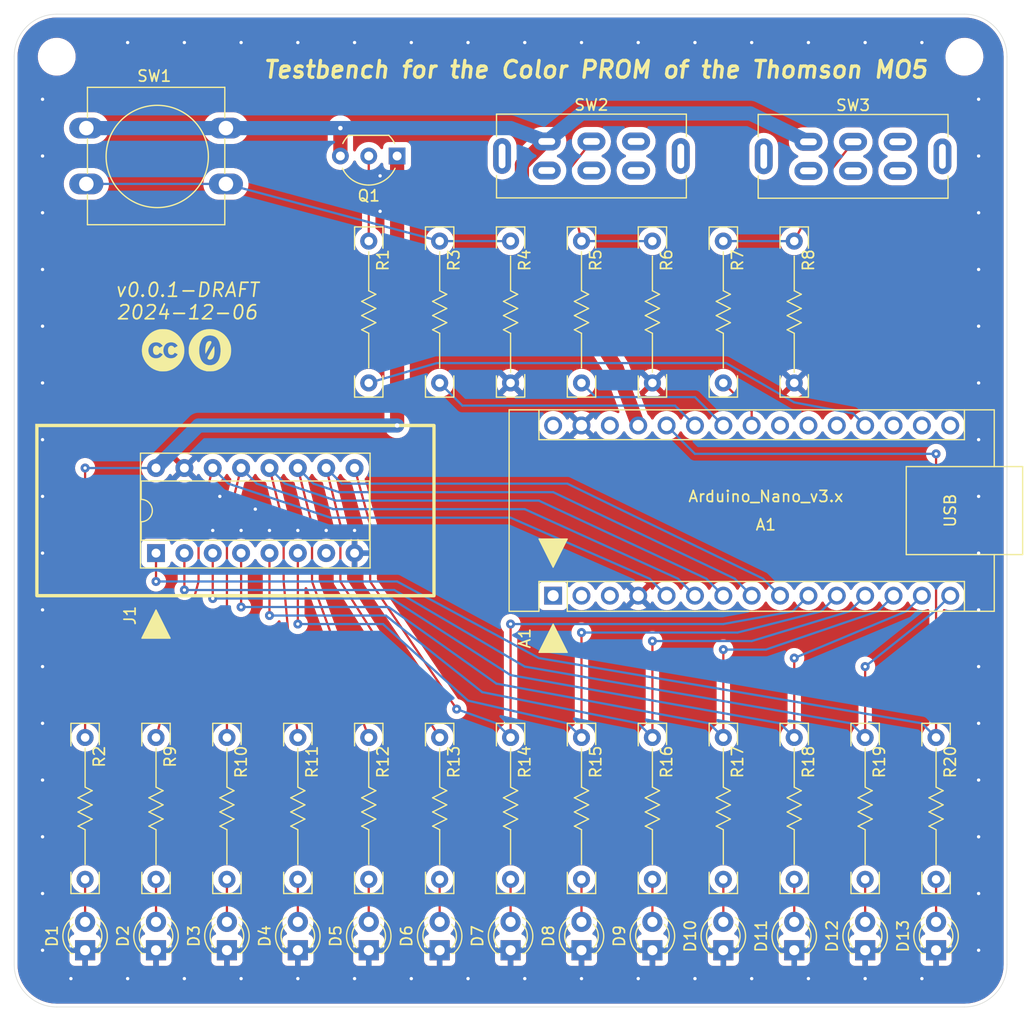
<source format=kicad_pcb>
(kicad_pcb (version 20221018) (generator pcbnew)
  (title_block (title "Testbench for the Color PROM of the Thomson MO5") (date "2024-12-06") (rev "v0.0.1-DRAFT") (company "Sporniket") (comment 2 "...tree/main/testbench/hardware") (comment 3 "https://github.com/sporniket/kicad-conversions--thomson-mo5--i03-replacement/...") (comment 4 "Original repository :"))
  (layers (0 "F.Cu" signal) (31 "B.Cu" signal) (34 "B.Paste" user) (35 "F.Paste" user) (36 "B.SilkS" user "B.Silkscreen") (37 "F.SilkS" user "F.Silkscreen") (38 "B.Mask" user) (39 "F.Mask" user) (44 "Edge.Cuts" user))
  (net 0 "")
  (net 4 "GND")
  (net 5 "/~{SUPPLT}")
  (net 6 "/PASTEL")
  (net 7 "/BLEU")
  (net 8 "/VERT")
  (net 9 "/ROUGE")
  (net 10 "/~{NOIR_INCR}")
  (net 11 "/R0")
  (net 12 "/R1")
  (net 13 "/V0")
  (net 14 "/V1")
  (net 15 "/B0")
  (net 19 "Net-(A1-A0)")
  (net 23 "Net-(A1-A4)")
  (net 24 "Net-(A1-A5)")
  (net 25 "Net-(A1-A6)")
  (net 26 "/B1")
  (net 27 "+5V")
  (net 30 "Net-(D1-A)")
  (net 31 "Net-(D2-A)")
  (net 32 "Net-(D3-A)")
  (net 33 "Net-(D4-A)")
  (net 34 "Net-(D5-A)")
  (net 35 "Net-(D6-A)")
  (net 36 "Net-(D7-A)")
  (net 37 "Net-(D8-A)")
  (net 38 "Net-(D9-A)")
  (net 39 "Net-(D10-A)")
  (net 40 "Net-(D11-A)")
  (net 41 "Net-(D12-A)")
  (net 42 "Net-(D13-A)")
  (net 44 "/Vzif")
  (net 45 "Net-(Q1-B)")
  (net 46 "Net-(R3-Pad1)")
  (net 47 "Net-(SW2-B)")
  (net 48 "Net-(SW3-B)")
  (footprint "commons-passives_THT:Passive_THT_resistor_W2.54mm_L12.70mm" (layer "F.Cu") (at 69.85 134.62 -90)
    (fp_text reference "R2" (at -5.715 -1.27 90) (layer "F.SilkS") (effects (justify right)))
    (fp_text value "1K")
    (pad "1" thru_hole circle (at -6.35 0 270) (size 1.524 1.524) (drill 0.762) (layers "*.Cu" "*.Mask") (net 44 "/Vzif"))
    (pad "2" thru_hole circle (at 6.35 0 270) (size 1.524 1.524) (drill 0.762) (layers "*.Cu" "*.Mask") (net 30 "Net-(D1-A)"))
  )
  (footprint "commons-passives_THT:Passive_THT_resistor_W2.54mm_L12.70mm" (layer "F.Cu") (at 120.65 90.17 90)
    (fp_text reference "R6" (at 5.715 1.27 90) (layer "F.SilkS") (effects (justify right)))
    (fp_text value "1K")
    (pad "1" thru_hole circle (at -6.35 0 90) (size 1.524 1.524) (drill 0.762) (layers "*.Cu" "*.Mask") (net 4 "GND"))
    (pad "2" thru_hole circle (at 6.35 0 90) (size 1.524 1.524) (drill 0.762) (layers "*.Cu" "*.Mask") (net 47 "Net-(SW2-B)"))
  )
  (footprint "LED_THT:LED_D3.0mm" (layer "F.Cu") (at 88.9 147.32 90)
    (fp_text reference "D4" (at 1.27 -2.96 90) (layer "F.SilkS"))
    (fp_text value "Green")
    (pad "1" thru_hole rect (at 0 0 90) (size 1.8 1.8) (drill 0.9) (layers "*.Cu" "*.Mask") (net 4 "GND"))
    (pad "2" thru_hole circle (at 2.54 0 90) (size 1.8 1.8) (drill 0.9) (layers "*.Cu" "*.Mask") (net 33 "Net-(D4-A)"))
  )
  (footprint "LED_THT:LED_D3.0mm" (layer "F.Cu") (at 101.6 147.32 90)
    (fp_text reference "D6" (at 1.27 -2.96 90) (layer "F.SilkS"))
    (fp_text value "Green")
    (pad "1" thru_hole rect (at 0 0 90) (size 1.8 1.8) (drill 0.9) (layers "*.Cu" "*.Mask") (net 4 "GND"))
    (pad "2" thru_hole circle (at 2.54 0 90) (size 1.8 1.8) (drill 0.9) (layers "*.Cu" "*.Mask") (net 35 "Net-(D6-A)"))
  )
  (footprint "Package_TO_SOT_THT:TO-92_Inline_Wide" (layer "F.Cu") (at 97.79 76.2 180)
    (fp_text reference "Q1" (at 2.54 -3.56) (layer "F.SilkS"))
    (fp_text value "ZTX458")
    (pad "1" thru_hole rect (at 0 0 180) (size 1.5 1.5) (drill 0.8) (layers "*.Cu" "*.Mask") (net 44 "/Vzif"))
    (pad "2" thru_hole circle (at 2.54 0 180) (size 1.5 1.5) (drill 0.8) (layers "*.Cu" "*.Mask") (net 45 "Net-(Q1-B)"))
    (pad "3" thru_hole circle (at 5.08 0 180) (size 1.5 1.5) (drill 0.8) (layers "*.Cu" "*.Mask") (net 27 "+5V"))
  )
  (footprint "cliparts:logo--cc--cc" (layer "F.Cu") (at 76.835 93.599)
    (fp_text reference "G***" hide)
    (fp_text value "LOGO" hide)
  )
  (footprint "commons-passives_THT:Passive_THT_resistor_W2.54mm_L12.70mm" (layer "F.Cu") (at 139.7 134.62 -90)
    (fp_text reference "R19" (at -5.715 -1.27 90) (layer "F.SilkS") (effects (justify right)))
    (fp_text value "1K")
    (pad "1" thru_hole circle (at -6.35 0 270) (size 1.524 1.524) (drill 0.762) (layers "*.Cu" "*.Mask") (net 12 "/R1"))
    (pad "2" thru_hole circle (at 6.35 0 270) (size 1.524 1.524) (drill 0.762) (layers "*.Cu" "*.Mask") (net 41 "Net-(D12-A)"))
  )
  (footprint "LED_THT:LED_D3.0mm" (layer "F.Cu") (at 133.35 147.32 90)
    (fp_text reference "D11" (at 1.27 -2.96 90) (layer "F.SilkS"))
    (fp_text value "Red")
    (pad "1" thru_hole rect (at 0 0 90) (size 1.8 1.8) (drill 0.9) (layers "*.Cu" "*.Mask") (net 4 "GND"))
    (pad "2" thru_hole circle (at 2.54 0 90) (size 1.8 1.8) (drill 0.9) (layers "*.Cu" "*.Mask") (net 40 "Net-(D11-A)"))
  )
  (footprint "MountingHole:MountingHole_2.7mm_M2.5" (layer "F.Cu") (at 148.59 67.31)
    (fp_text reference "H2")
    (fp_text value "M2.5")
    (pad "" np_thru_hole circle (at 0 0) (size 2.7 2.7) (drill 2.7) (layers "*.Cu" "*.Mask"))
  )
  (footprint "commons-passives_THT:Passive_THT_resistor_W2.54mm_L12.70mm" (layer "F.Cu") (at 76.2 134.62 -90)
    (fp_text reference "R9" (at -5.715 -1.27 90) (layer "F.SilkS") (effects (justify right)))
    (fp_text value "1K")
    (pad "1" thru_hole circle (at -6.35 0 270) (size 1.524 1.524) (drill 0.762) (layers "*.Cu" "*.Mask") (net 5 "/~{SUPPLT}"))
    (pad "2" thru_hole circle (at 6.35 0 270) (size 1.524 1.524) (drill 0.762) (layers "*.Cu" "*.Mask") (net 31 "Net-(D2-A)"))
  )
  (footprint "LED_THT:LED_D3.0mm" (layer "F.Cu") (at 139.7 147.32 90)
    (fp_text reference "D12" (at 1.27 -2.96 90) (layer "F.SilkS"))
    (fp_text value "Red")
    (pad "1" thru_hole rect (at 0 0 90) (size 1.8 1.8) (drill 0.9) (layers "*.Cu" "*.Mask") (net 4 "GND"))
    (pad "2" thru_hole circle (at 2.54 0 90) (size 1.8 1.8) (drill 0.9) (layers "*.Cu" "*.Mask") (net 41 "Net-(D12-A)"))
  )
  (footprint "commons-passives_THT:Passive_THT_resistor_W2.54mm_L12.70mm" (layer "F.Cu") (at 101.6 90.17 -90)
    (fp_text reference "R3" (at -5.715 -1.27 90) (layer "F.SilkS") (effects (justify right)))
    (fp_text value "10K")
    (pad "1" thru_hole circle (at -6.35 0 270) (size 1.524 1.524) (drill 0.762) (layers "*.Cu" "*.Mask") (net 46 "Net-(R3-Pad1)"))
    (pad "2" thru_hole circle (at 6.35 0 270) (size 1.524 1.524) (drill 0.762) (layers "*.Cu" "*.Mask") (net 25 "Net-(A1-A6)"))
  )
  (footprint "LED_THT:LED_D3.0mm" (layer "F.Cu") (at 120.65 147.32 90)
    (fp_text reference "D9" (at 1.27 -2.96 90) (layer "F.SilkS"))
    (fp_text value "Red")
    (pad "1" thru_hole rect (at 0 0 90) (size 1.8 1.8) (drill 0.9) (layers "*.Cu" "*.Mask") (net 4 "GND"))
    (pad "2" thru_hole circle (at 2.54 0 90) (size 1.8 1.8) (drill 0.9) (layers "*.Cu" "*.Mask") (net 38 "Net-(D9-A)"))
  )
  (footprint "commons-passives_THT:Passive_THT_resistor_W2.54mm_L12.70mm" (layer "F.Cu") (at 95.25 134.62 -90)
    (fp_text reference "R12" (at -5.715 -1.27 90) (layer "F.SilkS") (effects (justify right)))
    (fp_text value "1K")
    (pad "1" thru_hole circle (at -6.35 0 270) (size 1.524 1.524) (drill 0.762) (layers "*.Cu" "*.Mask") (net 8 "/VERT"))
    (pad "2" thru_hole circle (at 6.35 0 270) (size 1.524 1.524) (drill 0.762) (layers "*.Cu" "*.Mask") (net 34 "Net-(D5-A)"))
  )
  (footprint "commons-passives_THT:Passive_THT_resistor_W2.54mm_L12.70mm" (layer "F.Cu") (at 133.35 90.17 90)
    (fp_text reference "R8" (at 5.715 1.27 90) (layer "F.SilkS") (effects (justify right)))
    (fp_text value "1K")
    (pad "1" thru_hole circle (at -6.35 0 90) (size 1.524 1.524) (drill 0.762) (layers "*.Cu" "*.Mask") (net 4 "GND"))
    (pad "2" thru_hole circle (at 6.35 0 90) (size 1.524 1.524) (drill 0.762) (layers "*.Cu" "*.Mask") (net 48 "Net-(SW3-B)"))
  )
  (footprint "Button_Switch_THT:SW_PUSH-12mm" (layer "F.Cu") (at 69.96 73.7)
    (fp_text reference "SW1" (at 6.08 -4.66) (layer "F.SilkS"))
    (fp_text value "Action")
    (pad "1" thru_hole oval (at 0 0) (size 3.048 1.85) (drill 1.3) (layers "*.Cu" "*.Mask") (net 27 "+5V"))
    (pad "1" thru_hole oval (at 12.5 0) (size 3.048 1.85) (drill 1.3) (layers "*.Cu" "*.Mask") (net 27 "+5V"))
    (pad "2" thru_hole oval (at 0 5) (size 3.048 1.85) (drill 1.3) (layers "*.Cu" "*.Mask") (net 46 "Net-(R3-Pad1)"))
    (pad "2" thru_hole oval (at 12.5 5) (size 3.048 1.85) (drill 1.3) (layers "*.Cu" "*.Mask") (net 46 "Net-(R3-Pad1)"))
  )
  (footprint "commons-passives_THT:Passive_THT_resistor_W2.54mm_L12.70mm" (layer "F.Cu") (at 107.95 90.17 90)
    (fp_text reference "R4" (at 5.715 1.27 270) (layer "F.SilkS") (effects (justify right)))
    (fp_text value "1K")
    (pad "1" thru_hole circle (at -6.35 0 90) (size 1.524 1.524) (drill 0.762) (layers "*.Cu" "*.Mask") (net 4 "GND"))
    (pad "2" thru_hole circle (at 6.35 0 90) (size 1.524 1.524) (drill 0.762) (layers "*.Cu" "*.Mask") (net 46 "Net-(R3-Pad1)"))
  )
  (footprint "LED_THT:LED_D3.0mm" (layer "F.Cu") (at 114.3 147.32 90)
    (fp_text reference "D8" (at 1.27 -2.96 90) (layer "F.SilkS"))
    (fp_text value "Red")
    (pad "1" thru_hole rect (at 0 0 90) (size 1.8 1.8) (drill 0.9) (layers "*.Cu" "*.Mask") (net 4 "GND"))
    (pad "2" thru_hole circle (at 2.54 0 90) (size 1.8 1.8) (drill 0.9) (layers "*.Cu" "*.Mask") (net 37 "Net-(D8-A)"))
  )
  (footprint "commons-passives_THT:Passive_THT_resistor_W2.54mm_L12.70mm" (layer "F.Cu") (at 127 134.62 -90)
    (fp_text reference "R17" (at -5.715 -1.27 90) (layer "F.SilkS") (effects (justify right)))
    (fp_text value "1K")
    (pad "1" thru_hole circle (at -6.35 0 270) (size 1.524 1.524) (drill 0.762) (layers "*.Cu" "*.Mask") (net 14 "/V1"))
    (pad "2" thru_hole circle (at 6.35 0 270) (size 1.524 1.524) (drill 0.762) (layers "*.Cu" "*.Mask") (net 39 "Net-(D10-A)"))
  )
  (footprint "MountingHole:MountingHole_2.7mm_M2.5" (layer "F.Cu") (at 67.31 67.31)
    (fp_text reference "H1")
    (fp_text value "M2.5")
    (pad "" np_thru_hole circle (at 0 0) (size 2.7 2.7) (drill 2.7) (layers "*.Cu" "*.Mask"))
  )
  (footprint "LED_THT:LED_D3.0mm" (layer "F.Cu") (at 127 147.32 90)
    (fp_text reference "D10" (at 1.27 -2.96 90) (layer "F.SilkS"))
    (fp_text value "Red")
    (pad "1" thru_hole rect (at 0 0 90) (size 1.8 1.8) (drill 0.9) (layers "*.Cu" "*.Mask") (net 4 "GND"))
    (pad "2" thru_hole circle (at 2.54 0 90) (size 1.8 1.8) (drill 0.9) (layers "*.Cu" "*.Mask") (net 39 "Net-(D10-A)"))
  )
  (footprint "LED_THT:LED_D3.0mm" (layer "F.Cu") (at 82.55 147.32 90)
    (fp_text reference "D3" (at 1.27 -2.96 90) (layer "F.SilkS"))
    (fp_text value "Green")
    (pad "1" thru_hole rect (at 0 0 90) (size 1.8 1.8) (drill 0.9) (layers "*.Cu" "*.Mask") (net 4 "GND"))
    (pad "2" thru_hole circle (at 2.54 0 90) (size 1.8 1.8) (drill 0.9) (layers "*.Cu" "*.Mask") (net 32 "Net-(D3-A)"))
  )
  (footprint "commons-passives_THT:Passive_THT_resistor_W2.54mm_L12.70mm" (layer "F.Cu") (at 120.65 134.62 -90)
    (fp_text reference "R16" (at -5.715 -1.27 90) (layer "F.SilkS") (effects (justify right)))
    (fp_text value "1K")
    (pad "1" thru_hole circle (at -6.35 0 270) (size 1.524 1.524) (drill 0.762) (layers "*.Cu" "*.Mask") (net 15 "/B0"))
    (pad "2" thru_hole circle (at 6.35 0 270) (size 1.524 1.524) (drill 0.762) (layers "*.Cu" "*.Mask") (net 38 "Net-(D9-A)"))
  )
  (footprint "commons-passives_THT:Passive_THT_resistor_W2.54mm_L12.70mm" (layer "F.Cu") (at 114.3 134.62 -90)
    (fp_text reference "R15" (at -5.715 -1.27 90) (layer "F.SilkS") (effects (justify right)))
    (fp_text value "1K")
    (pad "1" thru_hole circle (at -6.35 0 270) (size 1.524 1.524) (drill 0.762) (layers "*.Cu" "*.Mask") (net 26 "/B1"))
    (pad "2" thru_hole circle (at 6.35 0 270) (size 1.524 1.524) (drill 0.762) (layers "*.Cu" "*.Mask") (net 37 "Net-(D8-A)"))
  )
  (footprint "commons-passives_THT:Passive_THT_resistor_W2.54mm_L12.70mm" (layer "F.Cu") (at 114.3 90.17 -90)
    (fp_text reference "R5" (at -5.715 -1.27 90) (layer "F.SilkS") (effects (justify right)))
    (fp_text value "10K")
    (pad "1" thru_hole circle (at -6.35 0 270) (size 1.524 1.524) (drill 0.762) (layers "*.Cu" "*.Mask") (net 47 "Net-(SW2-B)"))
    (pad "2" thru_hole circle (at 6.35 0 270) (size 1.524 1.524) (drill 0.762) (layers "*.Cu" "*.Mask") (net 24 "Net-(A1-A5)"))
  )
  (footprint "LED_THT:LED_D3.0mm" (layer "F.Cu") (at 107.95 147.32 90)
    (fp_text reference "D7" (at 1.27 -2.96 90) (layer "F.SilkS"))
    (fp_text value "Red")
    (pad "1" thru_hole rect (at 0 0 90) (size 1.8 1.8) (drill 0.9) (layers "*.Cu" "*.Mask") (net 4 "GND"))
    (pad "2" thru_hole circle (at 2.54 0 90) (size 1.8 1.8) (drill 0.9) (layers "*.Cu" "*.Mask") (net 36 "Net-(D7-A)"))
  )
  (footprint "commons-passives_THT:Passive_THT_resistor_W2.54mm_L12.70mm" (layer "F.Cu") (at 101.6 134.62 -90)
    (fp_text reference "R13" (at -5.715 -1.27 90) (layer "F.SilkS") (effects (justify right)))
    (fp_text value "1K")
    (pad "1" thru_hole circle (at -6.35 0 270) (size 1.524 1.524) (drill 0.762) (layers "*.Cu" "*.Mask") (net 9 "/ROUGE"))
    (pad "2" thru_hole circle (at 6.35 0 270) (size 1.524 1.524) (drill 0.762) (layers "*.Cu" "*.Mask") (net 35 "Net-(D6-A)"))
  )
  (footprint "commons-passives_THT:Passive_THT_resistor_W2.54mm_L12.70mm" (layer "F.Cu") (at 88.9 134.62 -90)
    (fp_text reference "R11" (at -5.715 -1.27 90) (layer "F.SilkS") (effects (justify right)))
    (fp_text value "1K")
    (pad "1" thru_hole circle (at -6.35 0 270) (size 1.524 1.524) (drill 0.762) (layers "*.Cu" "*.Mask") (net 7 "/BLEU"))
    (pad "2" thru_hole circle (at 6.35 0 270) (size 1.524 1.524) (drill 0.762) (layers "*.Cu" "*.Mask") (net 33 "Net-(D4-A)"))
  )
  (footprint "commons-interconnect_THT:g-switch_22f12-gxxx" (layer "F.Cu") (at 115.19 76.2)
    (fp_text reference "SW2" (at 0 -4.572 unlocked) (layer "F.SilkS"))
    (fp_text value "Mode Select")
    (pad "0" thru_hole oval (at -8 0 90) (size 3.2 1.6) (drill oval 2.2 0.6) (layers "*.Cu" "*.Mask"))
    (pad "0" thru_hole oval (at 8 0 90) (size 3.2 1.6) (drill oval 2.2 0.6) (layers "*.Cu" "*.Mask"))
    (pad "1" thru_hole oval (at -4 -1.3) (size 2.5 1.6) (drill oval 1.5 0.6) (layers "*.Cu" "*.Mask") (net 27 "+5V"))
    (pad "2" thru_hole oval (at 0 -1.3) (size 2.5 1.6) (drill oval 1.5 0.6) (layers "*.Cu" "*.Mask") (net 47 "Net-(SW2-B)"))
    (pad "3" thru_hole oval (at 4 -1.3) (size 2.5 1.6) (drill oval 1.5 0.6) (layers "*.Cu" "*.Mask"))
    (pad "4" thru_hole oval (at -4 1.3) (size 2.5 1.6) (drill oval 1.5 0.6) (layers "*.Cu" "*.Mask"))
    (pad "5" thru_hole oval (at 0 1.3) (size 2.5 1.6) (drill oval 1.5 0.6) (layers "*.Cu" "*.Mask"))
    (pad "6" thru_hole oval (at 4 1.3) (size 2.5 1.6) (drill oval 1.5 0.6) (layers "*.Cu" "*.Mask"))
  )
  (footprint "cliparts:logo--cc--zero" (layer "F.Cu") (at 81.026 93.599)
    (fp_text reference "G***" hide)
    (fp_text value "LOGO" hide)
  )
  (footprint "commons-passives_THT:Passive_THT_resistor_W2.54mm_L12.70mm" (layer "F.Cu") (at 107.95 134.62 -90)
    (fp_text reference "R14" (at -5.715 -1.27 90) (layer "F.SilkS") (effects (justify right)))
    (fp_text value "1K")
    (pad "1" thru_hole circle (at -6.35 0 270) (size 1.524 1.524) (drill 0.762) (layers "*.Cu" "*.Mask") (net 10 "/~{NOIR_INCR}"))
    (pad "2" thru_hole circle (at 6.35 0 270) (size 1.524 1.524) (drill 0.762) (layers "*.Cu" "*.Mask") (net 36 "Net-(D7-A)"))
  )
  (footprint "commons-passives_THT:Passive_THT_resistor_W2.54mm_L12.70mm" (layer "F.Cu") (at 133.35 134.62 -90)
    (fp_text reference "R18" (at -5.715 -1.27 90) (layer "F.SilkS") (effects (justify right)))
    (fp_text value "1K")
    (pad "1" thru_hole circle (at -6.35 0 270) (size 1.524 1.524) (drill 0.762) (layers "*.Cu" "*.Mask") (net 13 "/V0"))
    (pad "2" thru_hole circle (at 6.35 0 270) (size 1.524 1.524) (drill 0.762) (layers "*.Cu" "*.Mask") (net 40 "Net-(D11-A)"))
  )
  (footprint "Package_DIP:DIP-16_W7.62mm_Socket" (layer "F.Cu") (at 76.2 111.76 90)
    (fp_text reference "J1" (at -5.588 -2.33 90) (layer "F.SilkS"))
    (fp_text value "ZIF DIP-16 Socket")
    (pad "1" thru_hole rect (at 0 0 90) (size 1.6 1.6) (drill 0.8) (layers "*.Cu" "*.Mask") (net 11 "/R0"))
    (pad "2" thru_hole oval (at 0 2.54 90) (size 1.6 1.6) (drill 0.8) (layers "*.Cu" "*.Mask") (net 12 "/R1"))
    (pad "3" thru_hole oval (at 0 5.08 90) (size 1.6 1.6) (drill 0.8) (layers "*.Cu" "*.Mask") (net 13 "/V0"))
    (pad "4" thru_hole oval (at 0 7.62 90) (size 1.6 1.6) (drill 0.8) (layers "*.Cu" "*.Mask") (net 14 "/V1"))
    (pad "5" thru_hole oval (at 0 10.16 90) (size 1.6 1.6) (drill 0.8) (layers "*.Cu" "*.Mask") (net 15 "/B0"))
    (pad "6" thru_hole oval (at 0 12.7 90) (size 1.6 1.6) (drill 0.8) (layers "*.Cu" "*.Mask") (net 26 "/B1"))
    (pad "7" thru_hole oval (at 0 15.24 90) (size 1.6 1.6) (drill 0.8) (layers "*.Cu" "*.Mask"))
    (pad "8" thru_hole oval (at 0 17.78 90) (size 1.6 1.6) (drill 0.8) (layers "*.Cu" "*.Mask") (net 4 "GND"))
    (pad "9" thru_hole oval (at 7.62 17.78 90) (size 1.6 1.6) (drill 0.8) (layers "*.Cu" "*.Mask") (net 10 "/~{NOIR_INCR}"))
    (pad "10" thru_hole oval (at 7.62 15.24 90) (size 1.6 1.6) (drill 0.8) (layers "*.Cu" "*.Mask") (net 9 "/ROUGE"))
    (pad "11" thru_hole oval (at 7.62 12.7 90) (size 1.6 1.6) (drill 0.8) (layers "*.Cu" "*.Mask") (net 8 "/VERT"))
    (pad "12" thru_hole oval (at 7.62 10.16 90) (size 1.6 1.6) (drill 0.8) (layers "*.Cu" "*.Mask") (net 7 "/BLEU"))
    (pad "13" thru_hole oval (at 7.62 7.62 90) (size 1.6 1.6) (drill 0.8) (layers "*.Cu" "*.Mask") (net 6 "/PASTEL"))
    (pad "14" thru_hole oval (at 7.62 5.08 90) (size 1.6 1.6) (drill 0.8) (layers "*.Cu" "*.Mask") (net 5 "/~{SUPPLT}"))
    (pad "15" thru_hole oval (at 7.62 2.54 90) (size 1.6 1.6) (drill 0.8) (layers "*.Cu" "*.Mask") (net 4 "GND"))
    (pad "16" thru_hole oval (at 7.62 0 90) (size 1.6 1.6) (drill 0.8) (layers "*.Cu" "*.Mask") (net 44 "/Vzif"))
  )
  (footprint "LED_THT:LED_D3.0mm" (layer "F.Cu") (at 69.85 147.32 90)
    (fp_text reference "D1" (at 1.27 -2.96 90) (layer "F.SilkS"))
    (fp_text value "Yellow")
    (pad "1" thru_hole rect (at 0 0 90) (size 1.8 1.8) (drill 0.9) (layers "*.Cu" "*.Mask") (net 4 "GND"))
    (pad "2" thru_hole circle (at 2.54 0 90) (size 1.8 1.8) (drill 0.9) (layers "*.Cu" "*.Mask") (net 30 "Net-(D1-A)"))
  )
  (footprint "commons-passives_THT:Passive_THT_resistor_W2.54mm_L12.70mm" (layer "F.Cu") (at 95.25 90.17 -90)
    (fp_text reference "R1" (at -5.715 -1.27 90) (layer "F.SilkS") (effects (justify right)))
    (fp_text value "1K")
    (pad "1" thru_hole circle (at -6.35 0 270) (size 1.524 1.524) (drill 0.762) (layers "*.Cu" "*.Mask") (net 45 "Net-(Q1-B)"))
    (pad "2" thru_hole circle (at 6.35 0 270) (size 1.524 1.524) (drill 0.762) (layers "*.Cu" "*.Mask") (net 19 "Net-(A1-A0)"))
  )
  (footprint "commons-interconnect_THT:g-switch_22f12-gxxx" (layer "F.Cu") (at 138.62 76.23)
    (fp_text reference "SW3" (at 0 -4.572 unlocked) (layer "F.SilkS"))
    (fp_text value "Enable Power")
    (pad "0" thru_hole oval (at -8 0 90) (size 3.2 1.6) (drill oval 2.2 0.6) (layers "*.Cu" "*.Mask"))
    (pad "0" thru_hole oval (at 8 0 90) (size 3.2 1.6) (drill oval 2.2 0.6) (layers "*.Cu" "*.Mask"))
    (pad "1" thru_hole oval (at -4 -1.3) (size 2.5 1.6) (drill oval 1.5 0.6) (layers "*.Cu" "*.Mask") (net 27 "+5V"))
    (pad "2" thru_hole oval (at 0 -1.3) (size 2.5 1.6) (drill oval 1.5 0.6) (layers "*.Cu" "*.Mask") (net 48 "Net-(SW3-B)"))
    (pad "3" thru_hole oval (at 4 -1.3) (size 2.5 1.6) (drill oval 1.5 0.6) (layers "*.Cu" "*.Mask"))
    (pad "4" thru_hole oval (at -4 1.3) (size 2.5 1.6) (drill oval 1.5 0.6) (layers "*.Cu" "*.Mask"))
    (pad "5" thru_hole oval (at 0 1.3) (size 2.5 1.6) (drill oval 1.5 0.6) (layers "*.Cu" "*.Mask"))
    (pad "6" thru_hole oval (at 4 1.3) (size 2.5 1.6) (drill oval 1.5 0.6) (layers "*.Cu" "*.Mask"))
  )
  (footprint "LED_THT:LED_D3.0mm" (layer "F.Cu") (at 76.2 147.32 90)
    (fp_text reference "D2" (at 1.27 -2.96 90) (layer "F.SilkS"))
    (fp_text value "Green")
    (pad "1" thru_hole rect (at 0 0 90) (size 1.8 1.8) (drill 0.9) (layers "*.Cu" "*.Mask") (net 4 "GND"))
    (pad "2" thru_hole circle (at 2.54 0 90) (size 1.8 1.8) (drill 0.9) (layers "*.Cu" "*.Mask") (net 31 "Net-(D2-A)"))
  )
  (footprint "commons-passives_THT:Passive_THT_resistor_W2.54mm_L12.70mm" (layer "F.Cu") (at 127 90.17 -90)
    (fp_text reference "R7" (at -5.715 -1.27 90) (layer "F.SilkS") (effects (justify right)))
    (fp_text value "10K")
    (pad "1" thru_hole circle (at -6.35 0 270) (size 1.524 1.524) (drill 0.762) (layers "*.Cu" "*.Mask") (net 48 "Net-(SW3-B)"))
    (pad "2" thru_hole circle (at 6.35 0 270) (size 1.524 1.524) (drill 0.762) (layers "*.Cu" "*.Mask") (net 23 "Net-(A1-A4)"))
  )
  (footprint "Module:Arduino_Nano" (layer "F.Cu") (at 111.76 115.57 90)
    (fp_text reference "A1" (at -3.81 -2.54 90) (layer "F.SilkS"))
    (fp_text value "Arduino_Nano_v3.x" (at 8.89 19.05) (layer "F.SilkS"))
    (fp_text user "USB" (at 7.62 35.56 90 unlocked) (layer "F.SilkS"))
    (fp_text user "${REFERENCE}" (at 6.35 19.05) (layer "F.SilkS"))
    (pad "1" thru_hole rect (at 0 0 90) (size 1.6 1.6) (drill 1) (layers "*.Cu" "*.Mask"))
    (pad "2" thru_hole oval (at 0 2.54 90) (size 1.6 1.6) (drill 1) (layers "*.Cu" "*.Mask"))
    (pad "3" thru_hole oval (at 0 5.08 90) (size 1.6 1.6) (drill 1) (layers "*.Cu" "*.Mask"))
    (pad "4" thru_hole oval (at 0 7.62 90) (size 1.6 1.6) (drill 1) (layers "*.Cu" "*.Mask") (net 4 "GND"))
    (pad "5" thru_hole oval (at 0 10.16 90) (size 1.6 1.6) (drill 1) (layers "*.Cu" "*.Mask") (net 5 "/~{SUPPLT}"))
    (pad "6" thru_hole oval (at 0 12.7 90) (size 1.6 1.6) (drill 1) (layers "*.Cu" "*.Mask") (net 6 "/PASTEL"))
    (pad "7" thru_hole oval (at 0 15.24 90) (size 1.6 1.6) (drill 1) (layers "*.Cu" "*.Mask") (net 7 "/BLEU"))
    (pad "8" thru_hole oval (at 0 17.78 90) (size 1.6 1.6) (drill 1) (layers "*.Cu" "*.Mask") (net 8 "/VERT"))
    (pad "9" thru_hole oval (at 0 20.32 90) (size 1.6 1.6) (drill 1) (layers "*.Cu" "*.Mask") (net 9 "/ROUGE"))
    (pad "10" thru_hole oval (at 0 22.86 90) (size 1.6 1.6) (drill 1) (layers "*.Cu" "*.Mask") (net 10 "/~{NOIR_INCR}"))
    (pad "11" thru_hole oval (at 0 25.4 90) (size 1.6 1.6) (drill 1) (layers "*.Cu" "*.Mask") (net 26 "/B1"))
    (pad "12" thru_hole oval (at 0 27.94 90) (size 1.6 1.6) (drill 1) (layers "*.Cu" "*.Mask") (net 15 "/B0"))
    (pad "13" thru_hole oval (at 0 30.48 90) (size 1.6 1.6) (drill 1) (layers "*.Cu" "*.Mask") (net 14 "/V1"))
    (pad "14" thru_hole oval (at 0 33.02 90) (size 1.6 1.6) (drill 1) (layers "*.Cu" "*.Mask") (net 13 "/V0"))
    (pad "15" thru_hole oval (at 0 35.56 90) (size 1.6 1.6) (drill 1) (layers "*.Cu" "*.Mask") (net 12 "/R1"))
    (pad "16" thru_hole oval (at 15.24 35.56 90) (size 1.6 1.6) (drill 1) (layers "*.Cu" "*.Mask"))
    (pad "17" thru_hole oval (at 15.24 33.02 90) (size 1.6 1.6) (drill 1) (layers "*.Cu" "*.Mask"))
    (pad "18" thru_hole oval (at 15.24 30.48 90) (size 1.6 1.6) (drill 1) (layers "*.Cu" "*.Mask"))
    (pad "19" thru_hole oval (at 15.24 27.94 90) (size 1.6 1.6) (drill 1) (layers "*.Cu" "*.Mask") (net 19 "Net-(A1-A0)"))
    (pad "20" thru_hole oval (at 15.24 25.4 90) (size 1.6 1.6) (drill 1) (layers "*.Cu" "*.Mask"))
    (pad "21" thru_hole oval (at 15.24 22.86 90) (size 1.6 1.6) (drill 1) (layers "*.Cu" "*.Mask"))
    (pad "22" thru_hole oval (at 15.24 20.32 90) (size 1.6 1.6) (drill 1) (layers "*.Cu" "*.Mask"))
    (pad "23" thru_hole oval (at 15.24 17.78 90) (size 1.6 1.6) (drill 1) (layers "*.Cu" "*.Mask") (net 23 "Net-(A1-A4)"))
    (pad "24" thru_hole oval (at 15.24 15.24 90) (size 1.6 1.6) (drill 1) (layers "*.Cu" "*.Mask") (net 24 "Net-(A1-A5)"))
    (pad "25" thru_hole oval (at 15.24 12.7 90) (size 1.6 1.6) (drill 1) (layers "*.Cu" "*.Mask") (net 25 "Net-(A1-A6)"))
    (pad "26" thru_hole oval (at 15.24 10.16 90) (size 1.6 1.6) (drill 1) (layers "*.Cu" "*.Mask") (net 11 "/R0"))
    (pad "27" thru_hole oval (at 15.24 7.62 90) (size 1.6 1.6) (drill 1) (layers "*.Cu" "*.Mask") (net 27 "+5V"))
    (pad "28" thru_hole oval (at 15.24 5.08 90) (size 1.6 1.6) (drill 1) (layers "*.Cu" "*.Mask"))
    (pad "29" thru_hole oval (at 15.24 2.54 90) (size 1.6 1.6) (drill 1) (layers "*.Cu" "*.Mask") (net 4 "GND"))
    (pad "30" thru_hole oval (at 15.24 0 90) (size 1.6 1.6) (drill 1) (layers "*.Cu" "*.Mask"))
  )
  (footprint "LED_THT:LED_D3.0mm" (layer "F.Cu") (at 146.05 147.32 90)
    (fp_text reference "D13" (at 1.27 -2.96 90) (layer "F.SilkS"))
    (fp_text value "Red")
    (pad "1" thru_hole rect (at 0 0 90) (size 1.8 1.8) (drill 0.9) (layers "*.Cu" "*.Mask") (net 4 "GND"))
    (pad "2" thru_hole circle (at 2.54 0 90) (size 1.8 1.8) (drill 0.9) (layers "*.Cu" "*.Mask") (net 42 "Net-(D13-A)"))
  )
  (footprint "commons-passives_THT:Passive_THT_resistor_W2.54mm_L12.70mm" (layer "F.Cu") (at 82.55 134.62 -90)
    (fp_text reference "R10" (at -5.715 -1.27 90) (layer "F.SilkS") (effects (justify right)))
    (fp_text value "1K")
    (pad "1" thru_hole circle (at -6.35 0 270) (size 1.524 1.524) (drill 0.762) (layers "*.Cu" "*.Mask") (net 6 "/PASTEL"))
    (pad "2" thru_hole circle (at 6.35 0 270) (size 1.524 1.524) (drill 0.762) (layers "*.Cu" "*.Mask") (net 32 "Net-(D3-A)"))
  )
  (footprint "commons-passives_THT:Passive_THT_resistor_W2.54mm_L12.70mm" (layer "F.Cu") (at 146.05 134.62 -90)
    (fp_text reference "R20" (at -5.715 -1.27 90) (layer "F.SilkS") (effects (justify right)))
    (fp_text value "1K")
    (pad "1" thru_hole circle (at -6.35 0 270) (size 1.524 1.524) (drill 0.762) (layers "*.Cu" "*.Mask") (net 11 "/R0"))
    (pad "2" thru_hole circle (at 6.35 0 270) (size 1.524 1.524) (drill 0.762) (layers "*.Cu" "*.Mask") (net 42 "Net-(D13-A)"))
  )
  (footprint "LED_THT:LED_D3.0mm" (layer "F.Cu") (at 95.25 147.32 90)
    (fp_text reference "D5" (at 1.27 -2.96 90) (layer "F.SilkS"))
    (fp_text value "Green")
    (pad "1" thru_hole rect (at 0 0 90) (size 1.8 1.8) (drill 0.9) (layers "*.Cu" "*.Mask") (net 4 "GND"))
    (pad "2" thru_hole circle (at 2.54 0 90) (size 1.8 1.8) (drill 0.9) (layers "*.Cu" "*.Mask") (net 34 "Net-(D5-A)"))
  )
  (gr_poly (pts (xy 111.76 118.11) (xy 110.49 120.65) (xy 113.03 120.65)) (stroke (width 0.1)) (fill solid) (layer "F.SilkS"))
  (gr_poly (pts (xy 76.2 116.84) (xy 74.93 119.38) (xy 77.47 119.38)) (stroke (width 0.1)) (fill solid) (layer "F.SilkS"))
  (gr_poly (pts (xy 111.76 113.03) (xy 113.03 110.49) (xy 110.49 110.49)) (stroke (width 0.1)) (fill solid) (layer "F.SilkS"))
  (gr_rect (start 65.532 100.33) (end 101.092 115.57) (stroke (width 0.3)) (fill none) (layer "F.SilkS"))
  (gr_arc (start 67.31 152.4) (mid 64.615923 151.284077) (end 63.5 148.59) (stroke (width 0.05)) (layer "Edge.Cuts"))
  (gr_line (start 67.31 152.4) (end 148.59 152.4) (stroke (width 0.05)) (layer "Edge.Cuts"))
  (gr_arc (start 63.5 67.31) (mid 64.615923 64.615923) (end 67.31 63.5) (stroke (width 0.05)) (layer "Edge.Cuts"))
  (gr_arc (start 148.59 63.5) (mid 151.284077 64.615923) (end 152.4 67.31) (stroke (width 0.05)) (layer "Edge.Cuts"))
  (gr_arc (start 152.4 148.59) (mid 151.284077 151.284077) (end 148.59 152.4) (stroke (width 0.05)) (layer "Edge.Cuts"))
  (gr_line (start 63.5 67.31) (end 63.5 148.59) (stroke (width 0.05)) (layer "Edge.Cuts"))
  (gr_line (start 148.59 63.5) (end 67.31 63.5) (stroke (width 0.05)) (layer "Edge.Cuts"))
  (gr_line (start 152.4 148.59) (end 152.4 67.31) (stroke (width 0.05)) (layer "Edge.Cuts"))
  (gr_text "${TITLE}" (at 115.57 69.342) (layer "F.SilkS") (effects (font (size 1.5 1.5) (thickness 0.3) bold italic) (justify bottom)))
  (gr_text "${REVISION}\n${ISSUE_DATE}" (at 78.994 90.932) (layer "F.SilkS") (effects (font (size 1.25 1.25) (thickness 0.15625) italic) (justify bottom)))
  (via (at 124.46 66.04) (size 0.8) (drill 0.3) (layers "F.Cu" "B.Cu") (net 4))
  (via (at 66.04 106.68) (size 0.8) (drill 0.3) (layers "F.Cu" "B.Cu") (net 4))
  (via (at 149.86 116.84) (size 0.8) (drill 0.3) (layers "F.Cu" "B.Cu") (net 4))
  (via (at 149.86 147.32) (size 0.8) (drill 0.3) (layers "F.Cu" "B.Cu") (net 4))
  (via (at 88.9 109.728) (size 0.8) (drill 0.3) (layers "F.Cu" "B.Cu") (net 4))
  (via (at 129.54 149.86) (size 0.8) (drill 0.3) (layers "F.Cu" "B.Cu") (net 4))
  (via (at 73.66 149.86) (size 0.8) (drill 0.3) (layers "F.Cu" "B.Cu") (net 4))
  (via (at 66.04 137.16) (size 0.8) (drill 0.3) (layers "F.Cu" "B.Cu") (net 4))
  (via (at 149.86 137.16) (size 0.8) (drill 0.3) (layers "F.Cu" "B.Cu") (net 4))
  (via (at 66.04 96.52) (size 0.8) (drill 0.3) (layers "F.Cu" "B.Cu") (net 4))
  (via (at 149.86 111.76) (size 0.8) (drill 0.3) (layers "F.Cu" "B.Cu") (net 4))
  (via (at 68.58 149.86) (size 0.8) (drill 0.3) (layers "F.Cu" "B.Cu") (net 4))
  (via (at 149.86 96.52) (size 0.8) (drill 0.3) (layers "F.Cu" "B.Cu") (net 4))
  (via (at 139.7 149.86) (size 0.8) (drill 0.3) (layers "F.Cu" "B.Cu") (net 4))
  (via (at 66.04 81.28) (size 0.8) (drill 0.3) (layers "F.Cu" "B.Cu") (net 4))
  (via (at 93.98 109.728) (size 0.8) (drill 0.3) (layers "F.Cu" "B.Cu") (net 4))
  (via (at 109.22 66.04) (size 0.8) (drill 0.3) (layers "F.Cu" "B.Cu") (net 4))
  (via (at 149.86 127) (size 0.8) (drill 0.3) (layers "F.Cu" "B.Cu") (net 4))
  (via (at 114.3 66.04) (size 0.8) (drill 0.3) (layers "F.Cu" "B.Cu") (net 4))
  (via (at 139.7 66.04) (size 0.8) (drill 0.3) (layers "F.Cu" "B.Cu") (net 4))
  (via (at 149.86 76.2) (size 0.8) (drill 0.3) (layers "F.Cu" "B.Cu") (net 4))
  (via (at 109.22 149.86) (size 0.8) (drill 0.3) (layers "F.Cu" "B.Cu") (net 4))
  (via (at 66.04 91.44) (size 0.8) (drill 0.3) (layers "F.Cu" "B.Cu") (net 4))
  (via (at 124.46 149.86) (size 0.8) (drill 0.3) (layers "F.Cu" "B.Cu") (net 4))
  (via (at 81.28 109.728) (size 0.8) (drill 0.3) (layers "F.Cu" "B.Cu") (net 4))
  (via (at 66.04 121.92) (size 0.8) (drill 0.3) (layers "F.Cu" "B.Cu") (net 4))
  (via (at 104.14 149.86) (size 0.8) (drill 0.3) (layers "F.Cu" "B.Cu") (net 4))
  (via (at 78.74 66.04) (size 0.8) (drill 0.3) (layers "F.Cu" "B.Cu") (net 4))
  (via (at 66.04 147.32) (size 0.8) (drill 0.3) (layers "F.Cu" "B.Cu") (net 4))
  (via (at 81.915 106.68) (size 0.8) (drill 0.3) (layers "F.Cu" "B.Cu") (net 4))
  (via (at 83.82 66.04) (size 0.8) (drill 0.3) (layers "F.Cu" "B.Cu") (net 4))
  (via (at 96.266 81.153) (size 0.8) (drill 0.3) (layers "F.Cu" "B.Cu") (net 4))
  (via (at 149.86 81.28) (size 0.8) (drill 0.3) (layers "F.Cu" "B.Cu") (net 4))
  (via (at 99.06 66.04) (size 0.8) (drill 0.3) (layers "F.Cu" "B.Cu") (net 4))
  (via (at 88.9 149.86) (size 0.8) (drill 0.3) (layers "F.Cu" "B.Cu") (net 4))
  (via (at 144.78 66.04) (size 0.8) (drill 0.3) (layers "F.Cu" "B.Cu") (net 4))
  (via (at 66.04 142.24) (size 0.8) (drill 0.3) (layers "F.Cu" "B.Cu") (net 4))
  (via (at 149.86 106.68) (size 0.8) (drill 0.3) (layers "F.Cu" "B.Cu") (net 4))
  (via (at 144.78 149.86) (size 0.8) (drill 0.3) (layers "F.Cu" "B.Cu") (net 4))
  (via (at 66.04 127) (size 0.8) (drill 0.3) (layers "F.Cu" "B.Cu") (net 4))
  (via (at 114.3 149.86) (size 0.8) (drill 0.3) (layers "F.Cu" "B.Cu") (net 4))
  (via (at 149.86 86.36) (size 0.8) (drill 0.3) (layers "F.Cu" "B.Cu") (net 4))
  (via (at 66.04 111.76) (size 0.8) (drill 0.3) (layers "F.Cu" "B.Cu") (net 4))
  (via (at 66.04 132.08) (size 0.8) (drill 0.3) (layers "F.Cu" "B.Cu") (net 4))
  (via (at 149.86 101.6) (size 0.8) (drill 0.3) (layers "F.Cu" "B.Cu") (net 4))
  (via (at 85.09 107.823) (size 0.8) (drill 0.3) (layers "F.Cu" "B.Cu") (net 4))
  (via (at 134.62 66.04) (size 0.8) (drill 0.3) (layers "F.Cu" "B.Cu") (net 4))
  (via (at 66.04 71.12) (size 0.8) (drill 0.3) (layers "F.Cu" "B.Cu") (net 4))
  (via (at 129.54 66.04) (size 0.8) (drill 0.3) (layers "F.Cu" "B.Cu") (net 4))
  (via (at 83.82 109.728) (size 0.8) (drill 0.3) (layers "F.Cu" "B.Cu") (net 4))
  (via (at 149.86 142.24) (size 0.8) (drill 0.3) (layers "F.Cu" "B.Cu") (net 4))
  (via (at 91.44 109.728) (size 0.8) (drill 0.3) (layers "F.Cu" "B.Cu") (net 4))
  (via (at 66.04 116.84) (size 0.8) (drill 0.3) (layers "F.Cu" "B.Cu") (net 4))
  (via (at 83.82 149.86) (size 0.8) (drill 0.3) (layers "F.Cu" "B.Cu") (net 4))
  (via (at 134.62 149.86) (size 0.8) (drill 0.3) (layers "F.Cu" "B.Cu") (net 4))
  (via (at 66.04 101.6) (size 0.8) (drill 0.3) (layers "F.Cu" "B.Cu") (net 4))
  (via (at 86.36 109.728) (size 0.8) (drill 0.3) (layers "F.Cu" "B.Cu") (net 4))
  (via (at 149.86 132.08) (size 0.8) (drill 0.3) (layers "F.Cu" "B.Cu") (net 4))
  (via (at 149.86 71.12) (size 0.8) (drill 0.3) (layers "F.Cu" "B.Cu") (net 4))
  (via (at 149.86 91.44) (size 0.8) (drill 0.3) (layers "F.Cu" "B.Cu") (net 4))
  (via (at 88.9 66.04) (size 0.8) (drill 0.3) (layers "F.Cu" "B.Cu") (net 4))
  (via (at 93.98 66.04) (size 0.8) (drill 0.3) (layers "F.Cu" "B.Cu") (net 4))
  (via (at 119.38 66.04) (size 0.8) (drill 0.3) (layers "F.Cu" "B.Cu") (net 4))
  (via (at 119.38 149.86) (size 0.8) (drill 0.3) (layers "F.Cu" "B.Cu") (net 4))
  (via (at 78.74 149.86) (size 0.8) (drill 0.3) (layers "F.Cu" "B.Cu") (net 4))
  (via (at 99.06 149.86) (size 0.8) (drill 0.3) (layers "F.Cu" "B.Cu") (net 4))
  (via (at 73.66 66.04) (size 0.8) (drill 0.3) (layers "F.Cu" "B.Cu") (net 4))
  (via (at 66.04 76.2) (size 0.8) (drill 0.3) (layers "F.Cu" "B.Cu") (net 4))
  (via (at 149.86 121.92) (size 0.8) (drill 0.3) (layers "F.Cu" "B.Cu") (net 4))
  (via (at 96.266 77.978) (size 0.8) (drill 0.3) (layers "F.Cu" "B.Cu") (net 4))
  (via (at 66.04 86.36) (size 0.8) (drill 0.3) (layers "F.Cu" "B.Cu") (net 4))
  (via (at 104.14 66.04) (size 0.8) (drill 0.3) (layers "F.Cu" "B.Cu") (net 4))
  (via (at 93.98 149.86) (size 0.8) (drill 0.3) (layers "F.Cu" "B.Cu") (net 4))
  (segment (start 80.01 109.22) (end 80.01 114.3) (width 0.2) (layer "F.Cu") (net 5))
  (segment (start 80.01 109.22) (end 81.28 104.14) (width 0.2) (layer "F.Cu") (net 5))
  (segment (start 76.2 128.27) (end 80.01 114.3) (width 0.2) (layer "F.Cu") (net 5))
  (segment (start 91.821 108.585) (end 107.95 108.585) (width 0.2) (layer "B.Cu") (net 5))
  (segment (start 81.28 104.14) (end 82.677 105.537) (width 0.2) (layer "B.Cu") (net 5))
  (segment (start 82.677 105.537) (end 91.821 108.585) (width 0.2) (layer "B.Cu") (net 5))
  (segment (start 120.396 114.046) (end 107.95 108.585) (width 0.2) (layer "B.Cu") (net 5))
  (segment (start 120.396 114.046) (end 121.92 115.57) (width 0.2) (layer "B.Cu") (net 5))
  (segment (start 82.55 109.22) (end 82.55 128.27) (width 0.2) (layer "F.Cu") (net 6))
  (segment (start 82.55 109.22) (end 83.82 104.14) (width 0.2) (layer "F.Cu") (net 6))
  (segment (start 122.936 114.046) (end 109.22 107.823) (width 0.2) (layer "B.Cu") (net 6))
  (segment (start 92.075 107.823) (end 109.22 107.823) (width 0.2) (layer "B.Cu") (net 6))
  (segment (start 122.936 114.046) (end 124.46 115.57) (width 0.2) (layer "B.Cu") (net 6))
  (segment (start 85.217 105.537) (end 92.075 107.823) (width 0.2) (layer "B.Cu") (net 6))
  (segment (start 83.82 104.14) (end 85.217 105.537) (width 0.2) (layer "B.Cu") (net 6))
  (segment (start 87.63 109.22) (end 86.36 104.14) (width 0.2) (layer "F.Cu") (net 7))
  (segment (start 88.9 128.27) (end 87.63 114.3) (width 0.2) (layer "F.Cu") (net 7))
  (segment (start 87.63 109.22) (end 87.63 114.3) (width 0.2) (layer "F.Cu") (net 7))
  (segment (start 86.36 104.14) (end 87.757 105.537) (width 0.2) (layer "B.Cu") (net 7))
  (segment (start 125.476 114.046) (end 110.49 107.061) (width 0.2) (layer "B.Cu") (net 7))
  (segment (start 125.476 114.046) (end 127 115.57) (width 0.2) (layer "B.Cu") (net 7))
  (segment (start 87.757 105.537) (end 92.329 107.061) (width 0.2) (layer "B.Cu") (net 7))
  (segment (start 92.329 107.061) (end 110.49 107.061) (width 0.2) (layer "B.Cu") (net 7))
  (segment (start 95.25 128.27) (end 90.17 114.3) (width 0.2) (layer "F.Cu") (net 8))
  (segment (start 90.17 109.22) (end 88.9 104.14) (width 0.2) (layer "F.Cu") (net 8))
  (segment (start 90.17 109.22) (end 90.17 114.3) (width 0.2) (layer "F.Cu") (net 8))
  (segment (start 128.016 114.046) (end 111.76 106.299) (width 0.2) (layer "B.Cu") (net 8))
  (segment (start 128.016 114.046) (end 129.54 115.57) (width 0.2) (layer "B.Cu") (net 8))
  (segment (start 92.583 106.299) (end 111.76 106.299) (width 0.2) (layer "B.Cu") (net 8))
  (segment (start 88.9 104.14) (end 90.297 105.537) (width 0.2) (layer "B.Cu") (net 8))
  (segment (start 90.297 105.537) (end 92.583 106.299) (width 0.2) (layer "B.Cu") (net 8))
  (segment (start 92.71 109.22) (end 91.44 104.14) (width 0.2) (layer "F.Cu") (net 9))
  (segment (start 101.6 128.27) (end 92.71 114.3) (width 0.2) (layer "F.Cu") (net 9))
  (segment (start 92.71 109.22) (end 92.71 114.3) (width 0.2) (layer "F.Cu") (net 9))
  (segment (start 92.837 105.537) (end 113.03 105.537) (width 0.2) (layer "B.Cu") (net 9))
  (segment (start 130.556 114.046) (end 132.08 115.57) (width 0.2) (layer "B.Cu") (net 9))
  (segment (start 91.44 104.14) (end 92.837 105.537) (width 0.2) (layer "B.Cu") (net 9))
  (segment (start 130.556 114.046) (end 113.03 105.537) (width 0.2) (layer "B.Cu") (net 9))
  (segment (start 103.124 125.73) (end 95.377 114.3) (width 0.2) (layer "F.Cu") (net 10))
  (segment (start 95.377 109.22) (end 93.98 104.14) (width 0.2) (layer "F.Cu") (net 10))
  (segment (start 107.95 128.27) (end 107.95 118.11) (width 0.2) (layer "F.Cu") (net 10))
  (segment (start 95.377 109.22) (end 95.377 114.3) (width 0.2) (layer "F.Cu") (net 10))
  (via (at 107.95 118.11) (size 0.8) (drill 0.3) (layers "F.Cu" "B.Cu") (net 10))
  (via (at 103.124 125.73) (size 0.8) (drill 0.3) (layers "F.Cu" "B.Cu") (net 10))
  (segment (start 107.95 128.27) (end 106.68 127) (width 0.2) (layer "B.Cu") (net 10))
  (segment (start 106.68 127) (end 103.124 125.73) (width 0.2) (layer "B.Cu") (net 10))
  (segment (start 133.223 116.967) (end 134.62 115.57) (width 0.2) (layer "B.Cu") (net 10))
  (segment (start 107.95 118.11) (end 127 118.11) (width 0.2) (layer "B.Cu") (net 10))
  (segment (start 127 118.11) (end 133.223 116.967) (width 0.2) (layer "B.Cu") (net 10))
  (segment (start 146.05 128.27) (end 146.05 102.87) (width 0.2) (layer "F.Cu") (net 11))
  (segment (start 76.2 111.76) (end 76.2 114.3) (width 0.2) (layer "F.Cu") (net 11))
  (via (at 76.2 114.3) (size 0.8) (drill 0.3) (layers "F.Cu" "B.Cu") (net 11))
  (via (at 146.05 102.87) (size 0.8) (drill 0.3) (layers "F.Cu" "B.Cu") (net 11))
  (segment (start 124.46 102.87) (end 121.92 100.33) (width 0.2) (layer "B.Cu") (net 11))
  (segment (start 76.2 114.3) (end 97.79 114.3) (width 0.2) (layer "B.Cu") (net 11))
  (segment (start 144.78 127) (end 146.05 128.27) (width 0.2) (layer "B.Cu") (net 11))
  (segment (start 110.49 121.158) (end 97.79 114.3) (width 0.2) (layer "B.Cu") (net 11))
  (segment (start 146.05 102.87) (end 124.46 102.87) (width 0.2) (layer "B.Cu") (net 11))
  (segment (start 144.78 127) (end 110.49 121.158) (width 0.2) (layer "B.Cu") (net 11))
  (segment (start 139.7 128.27) (end 139.7 121.92) (width 0.2) (layer "F.Cu") (net 12))
  (segment (start 78.74 111.76) (end 78.74 115.062) (width 0.2) (layer "F.Cu") (net 12))
  (via (at 78.74 115.062) (size 0.8) (drill 0.3) (layers "F.Cu" "B.Cu") (net 12))
  (via (at 139.7 121.92) (size 0.8) (drill 0.3) (layers "F.Cu" "B.Cu") (net 12))
  (segment (start 145.923 116.967) (end 147.32 115.57) (width 0.2) (layer "B.Cu") (net 12))
  (segment (start 139.7 121.92) (end 145.923 116.967) (width 0.2) (layer "B.Cu") (net 12))
  (segment (start 139.7 128.27) (end 138.43 127) (width 0.2) (layer "B.Cu") (net 12))
  (segment (start 109.22 121.92) (end 97.536 115.062) (width 0.2) (layer "B.Cu") (net 12))
  (segment (start 97.536 115.062) (end 78.74 115.062) (width 0.2) (layer "B.Cu") (net 12))
  (segment (start 138.43 127) (end 109.22 121.92) (width 0.2) (layer "B.Cu") (net 12))
  (segment (start 133.35 128.27) (end 133.35 121.158) (width 0.2) (layer "F.Cu") (net 13))
  (segment (start 81.28 111.76) (end 81.28 115.824) (width 0.2) (layer "F.Cu") (net 13))
  (via (at 133.35 121.158) (size 0.8) (drill 0.3) (layers "F.Cu" "B.Cu") (net 13))
  (via (at 81.28 115.824) (size 0.8) (drill 0.3) (layers "F.Cu" "B.Cu") (net 13))
  (segment (start 107.95 122.682) (end 97.282 115.824) (width 0.2) (layer "B.Cu") (net 13))
  (segment (start 132.08 127) (end 107.95 122.682) (width 0.2) (layer "B.Cu") (net 13))
  (segment (start 81.28 115.824) (end 97.282 115.824) (width 0.2) (layer "B.Cu") (net 13))
  (segment (start 132.08 127) (end 133.35 128.27) (width 0.2) (layer "B.Cu") (net 13))
  (segment (start 143.383 116.967) (end 144.78 115.57) (width 0.2) (layer "B.Cu") (net 13))
  (segment (start 133.35 121.158) (end 143.383 116.967) (width 0.2) (layer "B.Cu") (net 13))
  (segment (start 83.82 111.76) (end 83.82 116.586) (width 0.2) (layer "F.Cu") (net 14))
  (segment (start 127 128.27) (end 127 120.396) (width 0.2) (layer "F.Cu") (net 14))
  (via (at 127 120.396) (size 0.8) (drill 0.3) (layers "F.Cu" "B.Cu") (net 14))
  (via (at 83.82 116.586) (size 0.8) (drill 0.3) (layers "F.Cu" "B.Cu") (net 14))
  (segment (start 106.68 123.444) (end 97.028 116.586) (width 0.2) (layer "B.Cu") (net 14))
  (segment (start 125.73 127) (end 127 128.27) (width 0.2) (layer "B.Cu") (net 14))
  (segment (start 127 120.396) (end 130.81 120.396) (width 0.2) (layer "B.Cu") (net 14))
  (segment (start 83.82 116.586) (end 97.028 116.586) (width 0.2) (layer "B.Cu") (net 14))
  (segment (start 125.73 127) (end 106.68 123.444) (width 0.2) (layer "B.Cu") (net 14))
  (segment (start 130.81 120.396) (end 140.843 116.967) (width 0.2) (layer "B.Cu") (net 14))
  (segment (start 140.843 116.967) (end 142.24 115.57) (width 0.2) (layer "B.Cu") (net 14))
  (segment (start 120.65 128.27) (end 120.65 119.634) (width 0.2) (layer "F.Cu") (net 15))
  (segment (start 86.36 111.76) (end 86.36 117.348) (width 0.2) (layer "F.Cu") (net 15))
  (via (at 86.36 117.348) (size 0.8) (drill 0.3) (layers "F.Cu" "B.Cu") (net 15))
  (via (at 120.65 119.634) (size 0.8) (drill 0.3) (layers "F.Cu" "B.Cu") (net 15))
  (segment (start 119.38 127) (end 120.65 128.27) (width 0.2) (layer "B.Cu") (net 15))
  (segment (start 129.54 119.634) (end 138.303 116.967) (width 0.2) (layer "B.Cu") (net 15))
  (segment (start 120.65 119.634) (end 129.54 119.634) (width 0.2) (layer "B.Cu") (net 15))
  (segment (start 138.303 116.967) (end 139.7 115.57) (width 0.2) (layer "B.Cu") (net 15))
  (segment (start 119.38 127) (end 105.41 124.206) (width 0.2) (layer "B.Cu") (net 15))
  (segment (start 105.41 124.206) (end 96.774 117.348) (width 0.2) (layer "B.Cu") (net 15))
  (segment (start 86.36 117.348) (end 96.774 117.348) (width 0.2) (layer "B.Cu") (net 15))
  (segment (start 138.6205 99.2505) (end 139.7 100.33) (width 0.2) (layer "B.Cu") (net 19))
  (segment (start 133.35 98.263676) (end 138.6205 99.2505) (width 0.2) (layer "B.Cu") (net 19))
  (segment (start 95.25 96.52) (end 101.346 94.742) (width 0.2) (layer "B.Cu") (net 19))
  (segment (start 101.346 94.742) (end 127.254 94.742) (width 0.2) (layer "B.Cu") (net 19))
  (segment (start 127.254 94.742) (end 133.35 98.263676) (width 0.2) (layer "B.Cu") (net 19))
  (segment (start 129.54 100.33) (end 129.54 99.06) (width 0.2) (layer "F.Cu") (net 23))
  (segment (start 129.54 99.06) (end 127 96.52) (width 0.2) (layer "F.Cu") (net 23))
  (segment (start 114.3 96.52) (end 115.57 97.79) (width 0.2) (layer "B.Cu") (net 24))
  (segment (start 115.57 97.79) (end 124.46 97.79) (width 0.2) (layer "B.Cu") (net 24))
  (segment (start 124.46 97.79) (end 127 100.33) (width 0.2) (layer "B.Cu") (net 24))
  (segment (start 122.682 98.552) (end 103.632 98.552) (width 0.2) (layer "B.Cu") (net 25))
  (segment (start 124.46 100.33) (end 122.682 98.552) (width 0.2) (layer "B.Cu") (net 25))
  (segment (start 103.632 98.552) (end 101.6 96.52) (width 0.2) (layer "B.Cu") (net 25))
  (segment (start 88.9 111.76) (end 88.9 118.11) (width 0.2) (layer "F.Cu") (net 26))
  (segment (start 114.3 128.27) (end 114.3 118.872) (width 0.2) (layer "F.Cu") (net 26))
  (via (at 114.3 118.872) (size 0.8) (drill 0.3) (layers "F.Cu" "B.Cu") (net 26))
  (via (at 88.9 118.11) (size 0.8) (drill 0.3) (layers "F.Cu" "B.Cu") (net 26))
  (segment (start 88.9 118.11) (end 96.52 118.11) (width 0.2) (layer "B.Cu") (net 26))
  (segment (start 128.27 118.872) (end 135.763 116.967) (width 0.2) (layer "B.Cu") (net 26))
  (segment (start 113.03 127) (end 104.14 124.968) (width 0.2) (layer "B.Cu") (net 26))
  (segment (start 135.763 116.967) (end 137.16 115.57) (width 0.2) (layer "B.Cu") (net 26))
  (segment (start 114.3 118.872) (end 128.27 118.872) (width 0.2) (layer "B.Cu") (net 26))
  (segment (start 113.03 127) (end 114.3 128.27) (width 0.2) (layer "B.Cu") (net 26))
  (segment (start 104.14 124.968) (end 96.52 118.11) (width 0.2) (layer "B.Cu") (net 26))
  (segment (start 111.125 85.217) (end 108.966 78.74) (width 1.27) (layer "F.Cu") (net 27))
  (segment (start 117.475 95.25) (end 119.38 100.33) (width 1.27) (layer "F.Cu") (net 27))
  (segment (start 108.966 76.961761) (end 108.966 78.74) (width 1.27) (layer "F.Cu") (net 27))
  (segment (start 111.19 74.9) (end 111.027761 74.9) (width 1.27) (layer "F.Cu") (net 27))
  (segment (start 92.71 76.2) (end 92.71 73.7) (width 1.27) (layer "F.Cu") (net 27))
  (segment (start 111.027761 74.9) (end 108.966 76.961761) (width 1.27) (layer "F.Cu") (net 27))
  (segment (start 117.475 95.25) (end 111.125 85.217) (width 1.27) (layer "F.Cu") (net 27))
  (via (at 92.71 73.7) (size 0.9) (drill 0.4) (layers "F.Cu" "B.Cu") (net 27))
  (segment (start 129.413 72.39) (end 114.3 72.39) (width 1.27) (layer "B.Cu") (net 27))
  (segment (start 92.71 73.7) (end 107.95 73.7) (width 1.27) (layer "B.Cu") (net 27))
  (segment (start 82.46 73.7) (end 69.96 73.7) (width 1.27) (layer "B.Cu") (net 27))
  (segment (start 107.95 73.7) (end 111.19 74.9) (width 1.27) (layer "B.Cu") (net 27))
  (segment (start 129.413 72.39) (end 134.62 74.93) (width 1.27) (layer "B.Cu") (net 27))
  (segment (start 111.19 74.9) (end 114.3 72.39) (width 1.27) (layer "B.Cu") (net 27))
  (segment (start 82.46 73.7) (end 92.71 73.7) (width 1.27) (layer "B.Cu") (net 27))
  (segment (start 69.85 140.97) (end 69.85 144.78) (width 0.2) (layer "F.Cu") (net 30))
  (segment (start 76.2 144.78) (end 76.2 140.97) (width 0.2) (layer "F.Cu") (net 31))
  (segment (start 82.55 140.97) (end 82.55 144.78) (width 0.2) (layer "F.Cu") (net 32))
  (segment (start 88.9 144.78) (end 88.9 140.97) (width 0.2) (layer "F.Cu") (net 33))
  (segment (start 95.25 140.97) (end 95.25 144.78) (width 0.2) (layer "F.Cu") (net 34))
  (segment (start 101.6 144.78) (end 101.6 140.97) (width 0.2) (layer "F.Cu") (net 35))
  (segment (start 107.95 140.97) (end 107.95 144.78) (width 0.2) (layer "F.Cu") (net 36))
  (segment (start 114.3 144.78) (end 114.3 140.97) (width 0.2) (layer "F.Cu") (net 37))
  (segment (start 120.65 140.97) (end 120.65 144.78) (width 0.2) (layer "F.Cu") (net 38))
  (segment (start 127 144.78) (end 127 140.97) (width 0.2) (layer "F.Cu") (net 39))
  (segment (start 133.35 140.97) (end 133.35 144.78) (width 0.2) (layer "F.Cu") (net 40))
  (segment (start 139.7 144.78) (end 139.7 140.97) (width 0.2) (layer "F.Cu") (net 41))
  (segment (start 146.05 140.97) (end 146.05 144.78) (width 0.2) (layer "F.Cu") (net 42))
  (segment (start 69.85 128.27) (end 69.85 104.14) (width 0.2) (layer "F.Cu") (net 44))
  (segment (start 97.79 76.2) (end 97.79 100.33) (width 1.27) (layer "F.Cu") (net 44))
  (via (at 97.79 100.33) (size 0.9) (drill 0.4) (layers "F.Cu" "B.Cu") (net 44))
  (via (at 69.85 104.14) (size 0.8) (drill 0.3) (layers "F.Cu" "B.Cu") (net 44))
  (segment (start 69.85 104.14) (end 76.2 104.14) (width 0.2) (layer "B.Cu") (net 44))
  (segment (start 80.01 100.33) (end 76.2 104.14) (width 1.27) (layer "B.Cu") (net 44))
  (segment (start 97.79 100.33) (end 80.01 100.33) (width 1.27) (layer "B.Cu") (net 44))
  (segment (start 95.25 83.82) (end 95.25 76.2) (width 0.2) (layer "F.Cu") (net 45))
  (segment (start 69.96 78.7) (end 82.46 78.7) (width 0.2) (layer "B.Cu") (net 46))
  (segment (start 82.46 78.7) (end 101.6 83.82) (width 0.2) (layer "B.Cu") (net 46))
  (segment (start 101.6 83.82) (end 107.95 83.82) (width 0.2) (layer "B.Cu") (net 46))
  (segment (start 113.157 78.74) (end 114.3 83.82) (width 0.2) (layer "F.Cu") (net 47))
  (segment (start 113.157 78.74) (end 113.157 77.47) (width 0.2) (layer "F.Cu") (net 47))
  (segment (start 115.19 74.9) (end 113.157 77.47) (width 0.2) (layer "F.Cu") (net 47))
  (segment (start 114.3 83.82) (end 120.65 83.82) (width 0.2) (layer "B.Cu") (net 47))
  (segment (start 136.652 77.47) (end 138.62 74.93) (width 0.2) (layer "F.Cu") (net 48))
  (segment (start 136.652 77.47) (end 133.35 83.82) (width 0.2) (layer "F.Cu") (net 48))
  (segment (start 127 83.82) (end 133.35 83.82) (width 0.2) (layer "B.Cu") (net 48))
  (zone (net 4) (net_name "GND") (layers "F&B.Cu") (connect_pads (clearance 0.5)) (min_thickness 0.25) (fill yes (thermal_gap 0.5) (thermal_bridge_width 0.5))
    (polygon (pts (xy 62.23 62.23) (xy 153.67 62.23) (xy 153.67 153.67) (xy 62.23 153.67)))
  )
)
</source>
